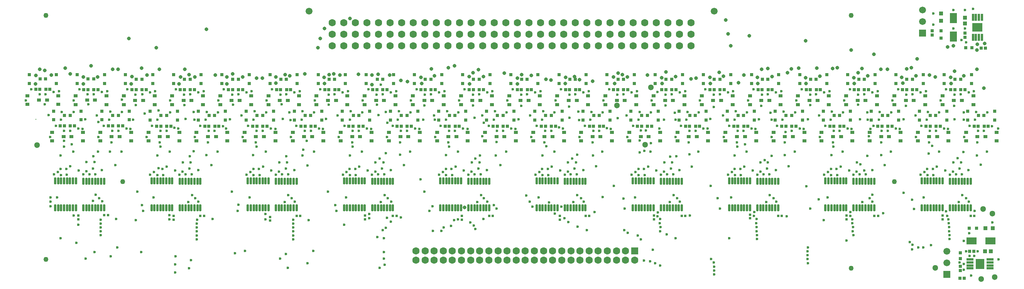
<source format=gts>
G04*
G04 #@! TF.GenerationSoftware,Altium Limited,Altium Designer,23.2.1 (34)*
G04*
G04 Layer_Color=8388736*
%FSLAX44Y44*%
%MOMM*%
G71*
G04*
G04 #@! TF.SameCoordinates,4AEFFC81-8D6A-4C92-BCC4-55949A9363D9*
G04*
G04*
G04 #@! TF.FilePolarity,Negative*
G04*
G01*
G75*
%ADD24R,0.8587X0.9121*%
%ADD25R,0.9121X0.8587*%
%ADD28R,0.8000X0.8000*%
%ADD29R,0.8000X0.8000*%
%ADD30R,0.6500X0.7000*%
%ADD31R,0.7000X0.6500*%
%ADD32R,0.8065X0.8682*%
%ADD33R,0.8682X0.8065*%
%ADD34R,0.5200X0.5200*%
%ADD35R,0.5200X0.5200*%
%ADD37R,2.3000X1.6500*%
%ADD38R,1.6500X2.3000*%
%ADD39R,1.9460X2.2500*%
%ADD40R,1.5000X0.5500*%
%ADD41R,0.5500X1.5000*%
%ADD42R,2.2500X1.9460*%
%ADD43R,0.6500X0.6500*%
%ADD44R,0.6500X0.6500*%
%ADD45R,0.6750X0.7200*%
%ADD46R,0.9500X0.7000*%
G04:AMPARAMS|DCode=47|XSize=0.55mm|YSize=1.5mm|CornerRadius=0.0995mm|HoleSize=0mm|Usage=FLASHONLY|Rotation=0.000|XOffset=0mm|YOffset=0mm|HoleType=Round|Shape=RoundedRectangle|*
%AMROUNDEDRECTD47*
21,1,0.5500,1.3010,0,0,0.0*
21,1,0.3510,1.5000,0,0,0.0*
1,1,0.1990,0.1755,-0.6505*
1,1,0.1990,-0.1755,-0.6505*
1,1,0.1990,-0.1755,0.6505*
1,1,0.1990,0.1755,0.6505*
%
%ADD47ROUNDEDRECTD47*%
%ADD48C,1.6000*%
%ADD49R,1.6000X1.6000*%
%ADD50C,1.5000*%
%ADD51R,1.5000X1.5000*%
%ADD52C,1.1000*%
%ADD53C,0.3200*%
%ADD54C,0.6000*%
%ADD55C,0.8000*%
%ADD56C,1.3000*%
D24*
X2115013Y122389D02*
D03*
X2130547D02*
D03*
D25*
X2017339Y578835D02*
D03*
Y594369D02*
D03*
D28*
X2095470Y122389D02*
D03*
X2078970D02*
D03*
D29*
X2017183Y556456D02*
D03*
Y539956D02*
D03*
D30*
X2059280Y54929D02*
D03*
Y67929D02*
D03*
D31*
X2084683Y518956D02*
D03*
X2071683D02*
D03*
D32*
X2126499Y71589D02*
D03*
X2113981D02*
D03*
D33*
X2069683Y585215D02*
D03*
Y572698D02*
D03*
D34*
X399979Y149396D02*
D03*
X391979D02*
D03*
X611269D02*
D03*
X603269D02*
D03*
X822559D02*
D03*
X814559D02*
D03*
X1033848D02*
D03*
X1025848D02*
D03*
X1245138D02*
D03*
X1237138D02*
D03*
X1456405Y149419D02*
D03*
X1448405D02*
D03*
X1668000Y148949D02*
D03*
X1660000D02*
D03*
X1878984Y149419D02*
D03*
X1870984D02*
D03*
X2090297Y149396D02*
D03*
X2082297D02*
D03*
X189000Y150949D02*
D03*
X181000D02*
D03*
D35*
X333000Y140949D02*
D03*
Y148949D02*
D03*
X545000Y138949D02*
D03*
Y146949D02*
D03*
X753155Y141650D02*
D03*
Y149650D02*
D03*
X966000Y140949D02*
D03*
Y148949D02*
D03*
X1181000Y140949D02*
D03*
Y148949D02*
D03*
X1387024Y141650D02*
D03*
Y149650D02*
D03*
X1598000Y143949D02*
D03*
Y151949D02*
D03*
X1809603Y141650D02*
D03*
Y149650D02*
D03*
X2020804Y141740D02*
D03*
Y149740D02*
D03*
X124000Y141949D02*
D03*
Y149949D02*
D03*
D37*
X2084500Y94449D02*
D03*
X2125500D02*
D03*
D38*
X2044683Y584456D02*
D03*
Y543456D02*
D03*
D39*
X2102460Y43649D02*
D03*
D40*
X2124460Y53399D02*
D03*
Y46899D02*
D03*
Y40399D02*
D03*
Y33899D02*
D03*
X2080460D02*
D03*
Y40399D02*
D03*
Y46899D02*
D03*
Y53399D02*
D03*
D41*
X2087433Y541956D02*
D03*
X2093933D02*
D03*
X2100433D02*
D03*
X2106933D02*
D03*
Y585956D02*
D03*
X2100433D02*
D03*
X2093933D02*
D03*
X2087433D02*
D03*
D42*
X2097183Y563956D02*
D03*
D43*
X145317Y427287D02*
D03*
X136317D02*
D03*
X167317D02*
D03*
X158317D02*
D03*
X199255Y347159D02*
D03*
X190255D02*
D03*
X221255D02*
D03*
X212255D02*
D03*
X250909Y427093D02*
D03*
X241908D02*
D03*
X272908D02*
D03*
X263909D02*
D03*
X305185Y346904D02*
D03*
X296185D02*
D03*
X327185D02*
D03*
X318185D02*
D03*
X356899Y427033D02*
D03*
X347899D02*
D03*
X378899D02*
D03*
X369899D02*
D03*
X410595Y346904D02*
D03*
X401595D02*
D03*
X432595D02*
D03*
X423595D02*
D03*
X462563Y427033D02*
D03*
X453563D02*
D03*
X484563D02*
D03*
X475563D02*
D03*
X516005Y346904D02*
D03*
X507005D02*
D03*
X538005D02*
D03*
X529005D02*
D03*
X568227Y427033D02*
D03*
X559227D02*
D03*
X590227D02*
D03*
X581227D02*
D03*
X621669Y346904D02*
D03*
X612669D02*
D03*
X643669D02*
D03*
X634669D02*
D03*
X673891Y427033D02*
D03*
X664891D02*
D03*
X695891D02*
D03*
X686891D02*
D03*
X727079Y346904D02*
D03*
X718079D02*
D03*
X749079D02*
D03*
X740079D02*
D03*
X779555Y427033D02*
D03*
X770555D02*
D03*
X801555D02*
D03*
X792555D02*
D03*
X832743Y346904D02*
D03*
X823743D02*
D03*
X854743D02*
D03*
X845743D02*
D03*
X885219Y427033D02*
D03*
X876219D02*
D03*
X907219D02*
D03*
X898219D02*
D03*
X938153Y346904D02*
D03*
X929153D02*
D03*
X960153D02*
D03*
X951153D02*
D03*
X990883Y427033D02*
D03*
X981883D02*
D03*
X1012883D02*
D03*
X1003883D02*
D03*
X1043563Y346904D02*
D03*
X1034563D02*
D03*
X1065563D02*
D03*
X1056563D02*
D03*
X1096547Y427033D02*
D03*
X1087547D02*
D03*
X1118547D02*
D03*
X1109547D02*
D03*
X1149227Y346904D02*
D03*
X1140227D02*
D03*
X1171227D02*
D03*
X1162227D02*
D03*
X1202211Y427033D02*
D03*
X1193211D02*
D03*
X1224211D02*
D03*
X1215211D02*
D03*
X1254637Y346904D02*
D03*
X1245637D02*
D03*
X1276637D02*
D03*
X1267637D02*
D03*
X1307875Y427033D02*
D03*
X1298875D02*
D03*
X1329875D02*
D03*
X1320875D02*
D03*
X1360301Y346904D02*
D03*
X1351301D02*
D03*
X1382301D02*
D03*
X1373301D02*
D03*
X1413539Y427033D02*
D03*
X1404539D02*
D03*
X1435539D02*
D03*
X1426539D02*
D03*
X1465711Y346904D02*
D03*
X1456711D02*
D03*
X1487711D02*
D03*
X1478711D02*
D03*
X1519203Y427033D02*
D03*
X1510203D02*
D03*
X1541203D02*
D03*
X1532203D02*
D03*
X1571375Y346904D02*
D03*
X1562375D02*
D03*
X1593375D02*
D03*
X1584375D02*
D03*
X1624867Y427033D02*
D03*
X1615867D02*
D03*
X1646867D02*
D03*
X1637867D02*
D03*
X1676785Y346904D02*
D03*
X1667785D02*
D03*
X1698785D02*
D03*
X1689785D02*
D03*
X1730531Y427033D02*
D03*
X1721531D02*
D03*
X1752531D02*
D03*
X1743531D02*
D03*
X1782195Y346904D02*
D03*
X1773195D02*
D03*
X1804195D02*
D03*
X1795195D02*
D03*
X1836195Y427033D02*
D03*
X1827195D02*
D03*
X1858195D02*
D03*
X1849195D02*
D03*
X1887859Y346904D02*
D03*
X1878859D02*
D03*
X1909859D02*
D03*
X1900859D02*
D03*
X1941859Y427033D02*
D03*
X1932859D02*
D03*
X1963859D02*
D03*
X1954859D02*
D03*
X1993269Y346904D02*
D03*
X1984269D02*
D03*
X2015269D02*
D03*
X2006269D02*
D03*
X2047523Y427033D02*
D03*
X2038523D02*
D03*
X2069523D02*
D03*
X2060523D02*
D03*
X2098933Y346904D02*
D03*
X2089933D02*
D03*
X2120933D02*
D03*
X2111933D02*
D03*
X52836Y427372D02*
D03*
X61837D02*
D03*
X30837D02*
D03*
X39836D02*
D03*
X2080180Y71589D02*
D03*
X2089180D02*
D03*
X2114643Y518196D02*
D03*
X2105643D02*
D03*
X93591Y347159D02*
D03*
X84591D02*
D03*
X115591D02*
D03*
X106591D02*
D03*
X2067883Y12012D02*
D03*
X2058883D02*
D03*
D44*
X2059280Y28989D02*
D03*
Y37989D02*
D03*
X2069683Y541956D02*
D03*
Y550956D02*
D03*
X1997470Y547254D02*
D03*
Y556254D02*
D03*
D45*
X157937Y450287D02*
D03*
X181697Y459787D02*
D03*
Y440787D02*
D03*
X145697Y450287D02*
D03*
X121937Y440787D02*
D03*
Y459787D02*
D03*
X211875Y370159D02*
D03*
X235635Y379659D02*
D03*
Y360658D02*
D03*
X199635Y370159D02*
D03*
X175875Y360658D02*
D03*
Y379659D02*
D03*
X263528Y450093D02*
D03*
X287289Y459593D02*
D03*
Y440592D02*
D03*
X251289Y450093D02*
D03*
X227528Y440592D02*
D03*
Y459593D02*
D03*
X317805Y369905D02*
D03*
X341565Y379404D02*
D03*
Y360405D02*
D03*
X305565Y369905D02*
D03*
X281805Y360405D02*
D03*
Y379404D02*
D03*
X369519Y450033D02*
D03*
X393279Y459533D02*
D03*
Y440533D02*
D03*
X357279Y450033D02*
D03*
X333519Y440533D02*
D03*
Y459533D02*
D03*
X423215Y369905D02*
D03*
X446975Y379404D02*
D03*
Y360405D02*
D03*
X410975Y369905D02*
D03*
X387215Y360405D02*
D03*
Y379404D02*
D03*
X475183Y450033D02*
D03*
X498943Y459533D02*
D03*
Y440533D02*
D03*
X462943Y450033D02*
D03*
X439183Y440533D02*
D03*
Y459533D02*
D03*
X528625Y369905D02*
D03*
X552385Y379404D02*
D03*
Y360405D02*
D03*
X516385Y369905D02*
D03*
X492625Y360405D02*
D03*
Y379404D02*
D03*
X580847Y450033D02*
D03*
X604607Y459533D02*
D03*
Y440533D02*
D03*
X568607Y450033D02*
D03*
X544847Y440533D02*
D03*
Y459533D02*
D03*
X634289Y369905D02*
D03*
X658049Y379404D02*
D03*
Y360405D02*
D03*
X622049Y369905D02*
D03*
X598289Y360405D02*
D03*
Y379404D02*
D03*
X686511Y450033D02*
D03*
X710271Y459533D02*
D03*
Y440533D02*
D03*
X674271Y450033D02*
D03*
X650511Y440533D02*
D03*
Y459533D02*
D03*
X739699Y369905D02*
D03*
X763459Y379404D02*
D03*
Y360405D02*
D03*
X727459Y369905D02*
D03*
X703699Y360405D02*
D03*
Y379404D02*
D03*
X792175Y450033D02*
D03*
X815935Y459533D02*
D03*
Y440533D02*
D03*
X779935Y450033D02*
D03*
X756175Y440533D02*
D03*
Y459533D02*
D03*
X845363Y369905D02*
D03*
X869123Y379404D02*
D03*
Y360405D02*
D03*
X833123Y369905D02*
D03*
X809363Y360405D02*
D03*
Y379404D02*
D03*
X897839Y450033D02*
D03*
X921599Y459533D02*
D03*
Y440533D02*
D03*
X885599Y450033D02*
D03*
X861839Y440533D02*
D03*
Y459533D02*
D03*
X950773Y369905D02*
D03*
X974533Y379404D02*
D03*
Y360405D02*
D03*
X938533Y369905D02*
D03*
X914773Y360405D02*
D03*
Y379404D02*
D03*
X1003503Y450033D02*
D03*
X1027263Y459533D02*
D03*
Y440533D02*
D03*
X991263Y450033D02*
D03*
X967503Y440533D02*
D03*
Y459533D02*
D03*
X1056183Y369905D02*
D03*
X1079943Y379404D02*
D03*
Y360405D02*
D03*
X1043943Y369905D02*
D03*
X1020183Y360405D02*
D03*
Y379404D02*
D03*
X1109167Y450033D02*
D03*
X1132927Y459533D02*
D03*
Y440533D02*
D03*
X1096927Y450033D02*
D03*
X1073167Y440533D02*
D03*
Y459533D02*
D03*
X1161847Y369905D02*
D03*
X1185607Y379404D02*
D03*
Y360405D02*
D03*
X1149607Y369905D02*
D03*
X1125847Y360405D02*
D03*
Y379404D02*
D03*
X1214831Y450033D02*
D03*
X1238591Y459533D02*
D03*
Y440533D02*
D03*
X1202591Y450033D02*
D03*
X1178831Y440533D02*
D03*
Y459533D02*
D03*
X1267257Y369905D02*
D03*
X1291017Y379404D02*
D03*
Y360405D02*
D03*
X1255017Y369905D02*
D03*
X1231257Y360405D02*
D03*
Y379404D02*
D03*
X1320495Y450033D02*
D03*
X1344255Y459533D02*
D03*
Y440533D02*
D03*
X1308255Y450033D02*
D03*
X1284495Y440533D02*
D03*
Y459533D02*
D03*
X1372921Y369905D02*
D03*
X1396681Y379404D02*
D03*
Y360405D02*
D03*
X1360681Y369905D02*
D03*
X1336921Y360405D02*
D03*
Y379404D02*
D03*
X1426159Y450033D02*
D03*
X1449919Y459533D02*
D03*
Y440533D02*
D03*
X1413919Y450033D02*
D03*
X1390159Y440533D02*
D03*
Y459533D02*
D03*
X1478331Y369905D02*
D03*
X1502091Y379404D02*
D03*
Y360405D02*
D03*
X1466091Y369905D02*
D03*
X1442331Y360405D02*
D03*
Y379404D02*
D03*
X1531823Y450033D02*
D03*
X1555583Y459533D02*
D03*
Y440533D02*
D03*
X1519583Y450033D02*
D03*
X1495823Y440533D02*
D03*
Y459533D02*
D03*
X1583995Y369905D02*
D03*
X1607755Y379404D02*
D03*
Y360405D02*
D03*
X1571755Y369905D02*
D03*
X1547995Y360405D02*
D03*
Y379404D02*
D03*
X1637487Y450033D02*
D03*
X1661247Y459533D02*
D03*
Y440533D02*
D03*
X1625247Y450033D02*
D03*
X1601487Y440533D02*
D03*
Y459533D02*
D03*
X1689405Y369905D02*
D03*
X1713165Y379404D02*
D03*
Y360405D02*
D03*
X1677165Y369905D02*
D03*
X1653405Y360405D02*
D03*
Y379404D02*
D03*
X1743151Y450033D02*
D03*
X1766911Y459533D02*
D03*
Y440533D02*
D03*
X1730911Y450033D02*
D03*
X1707151Y440533D02*
D03*
Y459533D02*
D03*
X1794815Y369905D02*
D03*
X1818575Y379404D02*
D03*
Y360405D02*
D03*
X1782575Y369905D02*
D03*
X1758815Y360405D02*
D03*
Y379404D02*
D03*
X1848815Y450033D02*
D03*
X1872575Y459533D02*
D03*
Y440533D02*
D03*
X1836575Y450033D02*
D03*
X1812815Y440533D02*
D03*
Y459533D02*
D03*
X1900479Y369905D02*
D03*
X1924239Y379404D02*
D03*
Y360405D02*
D03*
X1888239Y369905D02*
D03*
X1864479Y360405D02*
D03*
Y379404D02*
D03*
X1954479Y450033D02*
D03*
X1978239Y459533D02*
D03*
Y440533D02*
D03*
X1942239Y450033D02*
D03*
X1918479Y440533D02*
D03*
Y459533D02*
D03*
X2005889Y369905D02*
D03*
X2029649Y379404D02*
D03*
Y360405D02*
D03*
X1993649Y369905D02*
D03*
X1969889Y360405D02*
D03*
Y379404D02*
D03*
X2060143Y450033D02*
D03*
X2083903Y459533D02*
D03*
Y440533D02*
D03*
X2047903Y450033D02*
D03*
X2024143Y440533D02*
D03*
Y459533D02*
D03*
X2111553Y369905D02*
D03*
X2135313Y379404D02*
D03*
Y360405D02*
D03*
X2099313Y369905D02*
D03*
X2075553Y360405D02*
D03*
Y379404D02*
D03*
X40216Y450372D02*
D03*
X16457Y440872D02*
D03*
Y459872D02*
D03*
X52456Y450372D02*
D03*
X76217Y459872D02*
D03*
Y440872D02*
D03*
X106211Y370159D02*
D03*
X129971Y379659D02*
D03*
Y360658D02*
D03*
X93971Y370159D02*
D03*
X70211Y360658D02*
D03*
Y379659D02*
D03*
D46*
X143317Y403787D02*
D03*
X118317Y394287D02*
D03*
Y413287D02*
D03*
X160817Y403787D02*
D03*
X185817Y413287D02*
D03*
Y394287D02*
D03*
X197255Y323658D02*
D03*
X172255Y314158D02*
D03*
Y333158D02*
D03*
X214755Y323658D02*
D03*
X239755Y333158D02*
D03*
Y314158D02*
D03*
X248909Y403592D02*
D03*
X223909Y394092D02*
D03*
Y413092D02*
D03*
X266409Y403592D02*
D03*
X291409Y413092D02*
D03*
Y394092D02*
D03*
X303185Y323405D02*
D03*
X278185Y313904D02*
D03*
Y332905D02*
D03*
X320685Y323405D02*
D03*
X345685Y332905D02*
D03*
Y313904D02*
D03*
X354899Y403533D02*
D03*
X329899Y394033D02*
D03*
Y413033D02*
D03*
X372399Y403533D02*
D03*
X397399Y413033D02*
D03*
Y394033D02*
D03*
X408595Y323405D02*
D03*
X383595Y313904D02*
D03*
Y332905D02*
D03*
X426095Y323405D02*
D03*
X451095Y332905D02*
D03*
Y313904D02*
D03*
X460563Y403533D02*
D03*
X435563Y394033D02*
D03*
Y413033D02*
D03*
X478063Y403533D02*
D03*
X503063Y413033D02*
D03*
Y394033D02*
D03*
X514005Y323405D02*
D03*
X489005Y313904D02*
D03*
Y332905D02*
D03*
X531505Y323405D02*
D03*
X556505Y332905D02*
D03*
Y313904D02*
D03*
X566227Y403533D02*
D03*
X541227Y394033D02*
D03*
Y413033D02*
D03*
X583727Y403533D02*
D03*
X608727Y413033D02*
D03*
Y394033D02*
D03*
X619669Y323405D02*
D03*
X594669Y313904D02*
D03*
Y332905D02*
D03*
X637169Y323405D02*
D03*
X662169Y332905D02*
D03*
Y313904D02*
D03*
X671891Y403533D02*
D03*
X646891Y394033D02*
D03*
Y413033D02*
D03*
X689391Y403533D02*
D03*
X714391Y413033D02*
D03*
Y394033D02*
D03*
X725079Y323405D02*
D03*
X700079Y313904D02*
D03*
Y332905D02*
D03*
X742579Y323405D02*
D03*
X767579Y332905D02*
D03*
Y313904D02*
D03*
X777555Y403533D02*
D03*
X752555Y394033D02*
D03*
Y413033D02*
D03*
X795055Y403533D02*
D03*
X820055Y413033D02*
D03*
Y394033D02*
D03*
X830743Y323405D02*
D03*
X805743Y313904D02*
D03*
Y332905D02*
D03*
X848243Y323405D02*
D03*
X873243Y332905D02*
D03*
Y313904D02*
D03*
X883219Y403533D02*
D03*
X858219Y394033D02*
D03*
Y413033D02*
D03*
X900719Y403533D02*
D03*
X925719Y413033D02*
D03*
Y394033D02*
D03*
X936153Y323405D02*
D03*
X911153Y313904D02*
D03*
Y332905D02*
D03*
X953653Y323405D02*
D03*
X978653Y332905D02*
D03*
Y313904D02*
D03*
X988883Y403533D02*
D03*
X963883Y394033D02*
D03*
Y413033D02*
D03*
X1006383Y403533D02*
D03*
X1031383Y413033D02*
D03*
Y394033D02*
D03*
X1041563Y323405D02*
D03*
X1016563Y313904D02*
D03*
Y332905D02*
D03*
X1059063Y323405D02*
D03*
X1084063Y332905D02*
D03*
Y313904D02*
D03*
X1094547Y403533D02*
D03*
X1069547Y394033D02*
D03*
Y413033D02*
D03*
X1112047Y403533D02*
D03*
X1137047Y413033D02*
D03*
Y394033D02*
D03*
X1147227Y323405D02*
D03*
X1122227Y313904D02*
D03*
Y332905D02*
D03*
X1164727Y323405D02*
D03*
X1189727Y332905D02*
D03*
Y313904D02*
D03*
X1200211Y403533D02*
D03*
X1175211Y394033D02*
D03*
Y413033D02*
D03*
X1217711Y403533D02*
D03*
X1242711Y413033D02*
D03*
Y394033D02*
D03*
X1252637Y323405D02*
D03*
X1227637Y313904D02*
D03*
Y332905D02*
D03*
X1270137Y323405D02*
D03*
X1295137Y332905D02*
D03*
Y313904D02*
D03*
X1305875Y403533D02*
D03*
X1280875Y394033D02*
D03*
Y413033D02*
D03*
X1323375Y403533D02*
D03*
X1348375Y413033D02*
D03*
Y394033D02*
D03*
X1358301Y323405D02*
D03*
X1333301Y313904D02*
D03*
Y332905D02*
D03*
X1375801Y323405D02*
D03*
X1400801Y332905D02*
D03*
Y313904D02*
D03*
X1411539Y403533D02*
D03*
X1386539Y394033D02*
D03*
Y413033D02*
D03*
X1429039Y403533D02*
D03*
X1454039Y413033D02*
D03*
Y394033D02*
D03*
X1463711Y323405D02*
D03*
X1438711Y313904D02*
D03*
Y332905D02*
D03*
X1481211Y323405D02*
D03*
X1506211Y332905D02*
D03*
Y313904D02*
D03*
X1517203Y403533D02*
D03*
X1492203Y394033D02*
D03*
Y413033D02*
D03*
X1534703Y403533D02*
D03*
X1559703Y413033D02*
D03*
Y394033D02*
D03*
X1569375Y323405D02*
D03*
X1544375Y313904D02*
D03*
Y332905D02*
D03*
X1586875Y323405D02*
D03*
X1611875Y332905D02*
D03*
Y313904D02*
D03*
X1622867Y403533D02*
D03*
X1597867Y394033D02*
D03*
Y413033D02*
D03*
X1640367Y403533D02*
D03*
X1665367Y413033D02*
D03*
Y394033D02*
D03*
X1674785Y323405D02*
D03*
X1649785Y313904D02*
D03*
Y332905D02*
D03*
X1692285Y323405D02*
D03*
X1717285Y332905D02*
D03*
Y313904D02*
D03*
X1728531Y403533D02*
D03*
X1703531Y394033D02*
D03*
Y413033D02*
D03*
X1746031Y403533D02*
D03*
X1771031Y413033D02*
D03*
Y394033D02*
D03*
X1780195Y323405D02*
D03*
X1755195Y313904D02*
D03*
Y332905D02*
D03*
X1797695Y323405D02*
D03*
X1822695Y332905D02*
D03*
Y313904D02*
D03*
X1834195Y403533D02*
D03*
X1809195Y394033D02*
D03*
Y413033D02*
D03*
X1851695Y403533D02*
D03*
X1876695Y413033D02*
D03*
Y394033D02*
D03*
X1885859Y323405D02*
D03*
X1860859Y313904D02*
D03*
Y332905D02*
D03*
X1903359Y323405D02*
D03*
X1928359Y332905D02*
D03*
Y313904D02*
D03*
X1939859Y403533D02*
D03*
X1914859Y394033D02*
D03*
Y413033D02*
D03*
X1957359Y403533D02*
D03*
X1982359Y413033D02*
D03*
Y394033D02*
D03*
X1991269Y323405D02*
D03*
X1966269Y313904D02*
D03*
Y332905D02*
D03*
X2008769Y323405D02*
D03*
X2033769Y332905D02*
D03*
Y313904D02*
D03*
X2045523Y403533D02*
D03*
X2020523Y394033D02*
D03*
Y413033D02*
D03*
X2063023Y403533D02*
D03*
X2088023Y413033D02*
D03*
Y394033D02*
D03*
X2096933Y323405D02*
D03*
X2071933Y313904D02*
D03*
Y332905D02*
D03*
X2114433Y323405D02*
D03*
X2139433Y332905D02*
D03*
Y313904D02*
D03*
X55336Y403872D02*
D03*
X80337Y413372D02*
D03*
Y394372D02*
D03*
X37836Y403872D02*
D03*
X12837Y394372D02*
D03*
Y413372D02*
D03*
X91591Y323658D02*
D03*
X66591Y314158D02*
D03*
Y333158D02*
D03*
X109091Y323658D02*
D03*
X134091Y333158D02*
D03*
Y314158D02*
D03*
D47*
X346433Y166632D02*
D03*
X352933D02*
D03*
X359433D02*
D03*
X365933D02*
D03*
X372433D02*
D03*
X378933D02*
D03*
X385433D02*
D03*
X391933D02*
D03*
X346433Y225632D02*
D03*
X352933D02*
D03*
X359433D02*
D03*
X365933D02*
D03*
X372433D02*
D03*
X378933D02*
D03*
X385433D02*
D03*
X391933D02*
D03*
X284717Y166922D02*
D03*
X291217D02*
D03*
X297717D02*
D03*
X304217D02*
D03*
X310717D02*
D03*
X317217D02*
D03*
X323717D02*
D03*
X330217D02*
D03*
X284717Y225922D02*
D03*
X291217D02*
D03*
X297717D02*
D03*
X304217D02*
D03*
X310717D02*
D03*
X317217D02*
D03*
X323717D02*
D03*
X330217D02*
D03*
X557723Y166632D02*
D03*
X564223D02*
D03*
X570723D02*
D03*
X577223D02*
D03*
X583723D02*
D03*
X590223D02*
D03*
X596723D02*
D03*
X603223D02*
D03*
X557723Y225632D02*
D03*
X564223D02*
D03*
X570723D02*
D03*
X577223D02*
D03*
X583723D02*
D03*
X590223D02*
D03*
X596723D02*
D03*
X603223D02*
D03*
X496007Y166922D02*
D03*
X502507D02*
D03*
X509007D02*
D03*
X515507D02*
D03*
X522007D02*
D03*
X528507D02*
D03*
X535007D02*
D03*
X541507D02*
D03*
X496007Y225922D02*
D03*
X502507D02*
D03*
X509007D02*
D03*
X515507D02*
D03*
X522007D02*
D03*
X528507D02*
D03*
X535007D02*
D03*
X541507D02*
D03*
X769013Y166632D02*
D03*
X775513D02*
D03*
X782013D02*
D03*
X788513D02*
D03*
X795013D02*
D03*
X801513D02*
D03*
X808013D02*
D03*
X814513D02*
D03*
X769013Y225632D02*
D03*
X775513D02*
D03*
X782013D02*
D03*
X788513D02*
D03*
X795013D02*
D03*
X801513D02*
D03*
X808013D02*
D03*
X814513D02*
D03*
X707297Y166922D02*
D03*
X713797D02*
D03*
X720297D02*
D03*
X726797D02*
D03*
X733297D02*
D03*
X739797D02*
D03*
X746297D02*
D03*
X752797D02*
D03*
X707297Y225922D02*
D03*
X713797D02*
D03*
X720297D02*
D03*
X726797D02*
D03*
X733297D02*
D03*
X739797D02*
D03*
X746297D02*
D03*
X752797D02*
D03*
X980302Y166632D02*
D03*
X986802D02*
D03*
X993302D02*
D03*
X999802D02*
D03*
X1006302D02*
D03*
X1012802D02*
D03*
X1019302D02*
D03*
X1025802D02*
D03*
X980302Y225632D02*
D03*
X986802D02*
D03*
X993302D02*
D03*
X999802D02*
D03*
X1006302D02*
D03*
X1012802D02*
D03*
X1019302D02*
D03*
X1025802D02*
D03*
X918586Y166922D02*
D03*
X925086D02*
D03*
X931586D02*
D03*
X938086D02*
D03*
X944586D02*
D03*
X951086D02*
D03*
X957586D02*
D03*
X964086D02*
D03*
X918586Y225922D02*
D03*
X925086D02*
D03*
X931586D02*
D03*
X938086D02*
D03*
X944586D02*
D03*
X951086D02*
D03*
X957586D02*
D03*
X964086D02*
D03*
X1191592Y166632D02*
D03*
X1198092D02*
D03*
X1204592D02*
D03*
X1211092D02*
D03*
X1217592D02*
D03*
X1224092D02*
D03*
X1230592D02*
D03*
X1237092D02*
D03*
X1191592Y225632D02*
D03*
X1198092D02*
D03*
X1204592D02*
D03*
X1211092D02*
D03*
X1217592D02*
D03*
X1224092D02*
D03*
X1230592D02*
D03*
X1237092D02*
D03*
X1129876Y166922D02*
D03*
X1136376D02*
D03*
X1142876D02*
D03*
X1149376D02*
D03*
X1155876D02*
D03*
X1162376D02*
D03*
X1168876D02*
D03*
X1175376D02*
D03*
X1129876Y225922D02*
D03*
X1136376D02*
D03*
X1142876D02*
D03*
X1149376D02*
D03*
X1155876D02*
D03*
X1162376D02*
D03*
X1168876D02*
D03*
X1175376D02*
D03*
X1402882Y166632D02*
D03*
X1409382D02*
D03*
X1415882D02*
D03*
X1422382D02*
D03*
X1428882D02*
D03*
X1435382D02*
D03*
X1441882D02*
D03*
X1448382D02*
D03*
X1402882Y225632D02*
D03*
X1409382D02*
D03*
X1415882D02*
D03*
X1422382D02*
D03*
X1428882D02*
D03*
X1435382D02*
D03*
X1441882D02*
D03*
X1448382D02*
D03*
X1341166Y166922D02*
D03*
X1347666D02*
D03*
X1354166D02*
D03*
X1360666D02*
D03*
X1367166D02*
D03*
X1373666D02*
D03*
X1380166D02*
D03*
X1386666D02*
D03*
X1341166Y225922D02*
D03*
X1347666D02*
D03*
X1354166D02*
D03*
X1360666D02*
D03*
X1367166D02*
D03*
X1373666D02*
D03*
X1380166D02*
D03*
X1386666D02*
D03*
X1614172Y166632D02*
D03*
X1620672D02*
D03*
X1627172D02*
D03*
X1633672D02*
D03*
X1640172D02*
D03*
X1646672D02*
D03*
X1653172D02*
D03*
X1659672D02*
D03*
X1614172Y225632D02*
D03*
X1620672D02*
D03*
X1627172D02*
D03*
X1633672D02*
D03*
X1640172D02*
D03*
X1646672D02*
D03*
X1653172D02*
D03*
X1659672D02*
D03*
X1552456Y166922D02*
D03*
X1558956D02*
D03*
X1565456D02*
D03*
X1571956D02*
D03*
X1578456D02*
D03*
X1584956D02*
D03*
X1591456D02*
D03*
X1597956D02*
D03*
X1552456Y225922D02*
D03*
X1558956D02*
D03*
X1565456D02*
D03*
X1571956D02*
D03*
X1578456D02*
D03*
X1584956D02*
D03*
X1591456D02*
D03*
X1597956D02*
D03*
X1825461Y166632D02*
D03*
X1831961D02*
D03*
X1838461D02*
D03*
X1844961D02*
D03*
X1851461D02*
D03*
X1857961D02*
D03*
X1864461D02*
D03*
X1870961D02*
D03*
X1825461Y225632D02*
D03*
X1831961D02*
D03*
X1838461D02*
D03*
X1844961D02*
D03*
X1851461D02*
D03*
X1857961D02*
D03*
X1864461D02*
D03*
X1870961D02*
D03*
X1763745Y166922D02*
D03*
X1770245D02*
D03*
X1776745D02*
D03*
X1783245D02*
D03*
X1789745D02*
D03*
X1796245D02*
D03*
X1802745D02*
D03*
X1809245D02*
D03*
X1763745Y225922D02*
D03*
X1770245D02*
D03*
X1776745D02*
D03*
X1783245D02*
D03*
X1789745D02*
D03*
X1796245D02*
D03*
X1802745D02*
D03*
X1809245D02*
D03*
X2036751Y166632D02*
D03*
X2043251D02*
D03*
X2049751D02*
D03*
X2056251D02*
D03*
X2062751D02*
D03*
X2069251D02*
D03*
X2075751D02*
D03*
X2082251D02*
D03*
X2036751Y225632D02*
D03*
X2043251D02*
D03*
X2049751D02*
D03*
X2056251D02*
D03*
X2062751D02*
D03*
X2069251D02*
D03*
X2075751D02*
D03*
X2082251D02*
D03*
X1975035Y166922D02*
D03*
X1981535D02*
D03*
X1988035D02*
D03*
X1994535D02*
D03*
X2001035D02*
D03*
X2007535D02*
D03*
X2014035D02*
D03*
X2020535D02*
D03*
X1975035Y225922D02*
D03*
X1981535D02*
D03*
X1988035D02*
D03*
X1994535D02*
D03*
X2001035D02*
D03*
X2007535D02*
D03*
X2014035D02*
D03*
X2020535D02*
D03*
X135098Y166829D02*
D03*
X141598D02*
D03*
X148098D02*
D03*
X154598D02*
D03*
X161098D02*
D03*
X167598D02*
D03*
X174098D02*
D03*
X180598D02*
D03*
X135098Y225830D02*
D03*
X141598D02*
D03*
X148098D02*
D03*
X154598D02*
D03*
X161098D02*
D03*
X167598D02*
D03*
X174098D02*
D03*
X180598D02*
D03*
X73382Y167120D02*
D03*
X79882D02*
D03*
X86382D02*
D03*
X92882D02*
D03*
X99382D02*
D03*
X105882D02*
D03*
X112382D02*
D03*
X118882D02*
D03*
X73382Y226119D02*
D03*
X79882D02*
D03*
X86382D02*
D03*
X92882D02*
D03*
X99382D02*
D03*
X105882D02*
D03*
X112382D02*
D03*
X118882D02*
D03*
D48*
X865000Y51750D02*
D03*
Y71750D02*
D03*
X885000Y51750D02*
D03*
Y71750D02*
D03*
X905000Y51750D02*
D03*
Y71750D02*
D03*
X925000Y51750D02*
D03*
Y71750D02*
D03*
X945000Y51750D02*
D03*
Y71750D02*
D03*
X965000Y51750D02*
D03*
Y71750D02*
D03*
X985000Y51750D02*
D03*
Y71750D02*
D03*
X1005000Y51750D02*
D03*
Y71750D02*
D03*
X1025000Y51750D02*
D03*
Y71750D02*
D03*
X1045000Y51750D02*
D03*
Y71750D02*
D03*
X1065000Y51750D02*
D03*
Y71750D02*
D03*
X1085000Y51750D02*
D03*
Y71750D02*
D03*
X1105000Y51750D02*
D03*
Y71750D02*
D03*
X1125000Y51750D02*
D03*
Y71750D02*
D03*
X1145000Y51750D02*
D03*
Y71750D02*
D03*
X1165000Y51750D02*
D03*
Y71750D02*
D03*
X1185000Y51750D02*
D03*
Y71750D02*
D03*
X1205000Y51750D02*
D03*
Y71750D02*
D03*
X1225000Y51750D02*
D03*
Y71750D02*
D03*
X1245000Y51750D02*
D03*
Y71750D02*
D03*
X1265000Y51750D02*
D03*
Y71750D02*
D03*
X1285000Y51750D02*
D03*
Y71750D02*
D03*
X1305000Y51750D02*
D03*
Y71750D02*
D03*
X1325000Y51750D02*
D03*
Y71750D02*
D03*
X1345000Y51750D02*
D03*
X1468700Y523649D02*
D03*
X1443300D02*
D03*
X1417900D02*
D03*
X1392500D02*
D03*
X1367100D02*
D03*
X1341700D02*
D03*
X1316300D02*
D03*
X1290900D02*
D03*
X1265500D02*
D03*
X1240100D02*
D03*
X1214700D02*
D03*
X1189300D02*
D03*
X1163900D02*
D03*
X1138500D02*
D03*
X1113100D02*
D03*
X1087700D02*
D03*
X1062300D02*
D03*
X1036900D02*
D03*
X1011500D02*
D03*
X986100D02*
D03*
X960700D02*
D03*
X935300D02*
D03*
X909900D02*
D03*
X884500D02*
D03*
X859100D02*
D03*
X833700D02*
D03*
X808300D02*
D03*
X782900D02*
D03*
X757500D02*
D03*
X732100D02*
D03*
X706700D02*
D03*
X681300D02*
D03*
X1468700Y549049D02*
D03*
X1443300D02*
D03*
X1417900D02*
D03*
X1392500D02*
D03*
X1367100D02*
D03*
X1341700D02*
D03*
X1316300D02*
D03*
X1290900D02*
D03*
X1265500D02*
D03*
X1240100D02*
D03*
X1214700D02*
D03*
X1189300D02*
D03*
X1163900D02*
D03*
X1138500D02*
D03*
X1113100D02*
D03*
X1087700D02*
D03*
X1062300D02*
D03*
X1036900D02*
D03*
X1011500D02*
D03*
X986100D02*
D03*
X960700D02*
D03*
X935300D02*
D03*
X909900D02*
D03*
X884500D02*
D03*
X859100D02*
D03*
X833700D02*
D03*
X808300D02*
D03*
X782900D02*
D03*
X757500D02*
D03*
X732100D02*
D03*
X706700D02*
D03*
X681300D02*
D03*
X1468700Y574449D02*
D03*
X1443300D02*
D03*
X1417900D02*
D03*
X1392500D02*
D03*
X1367100D02*
D03*
X1341700D02*
D03*
X1316300D02*
D03*
X1290900D02*
D03*
X1265500D02*
D03*
X1240100D02*
D03*
X1214700D02*
D03*
X1189300D02*
D03*
X1163900D02*
D03*
X1138500D02*
D03*
X1113100D02*
D03*
X1087700D02*
D03*
X1062300D02*
D03*
X1036900D02*
D03*
X1011500D02*
D03*
X986100D02*
D03*
X960700D02*
D03*
X935300D02*
D03*
X909900D02*
D03*
X884500D02*
D03*
X859100D02*
D03*
X833700D02*
D03*
X808300D02*
D03*
X782900D02*
D03*
X757500D02*
D03*
X732100D02*
D03*
X706700D02*
D03*
X681300D02*
D03*
D49*
X1345000Y71750D02*
D03*
D50*
X630500Y599849D02*
D03*
X1519500D02*
D03*
X2030364Y71589D02*
D03*
Y46189D02*
D03*
X1976410Y576656D02*
D03*
Y602056D02*
D03*
D51*
X2030364Y20789D02*
D03*
X1976410Y551256D02*
D03*
D52*
X1820000Y34014D02*
D03*
X53438Y53204D02*
D03*
Y590000D02*
D03*
X1820000D02*
D03*
X1914714Y224453D02*
D03*
X221532D02*
D03*
D53*
X31068Y361949D02*
D03*
D54*
X139460D02*
D03*
X244000Y360949D02*
D03*
X359279Y362949D02*
D03*
X457000Y361949D02*
D03*
X573000Y362949D02*
D03*
X667460D02*
D03*
X783000Y370949D02*
D03*
X881000Y360949D02*
D03*
X994076Y364949D02*
D03*
X1090460Y361949D02*
D03*
X1409000Y360949D02*
D03*
X1511000Y362949D02*
D03*
X1618000Y361949D02*
D03*
X1725000D02*
D03*
X1839257D02*
D03*
X1935000D02*
D03*
X2047000D02*
D03*
X298129Y281949D02*
D03*
X405000Y282949D02*
D03*
X508000D02*
D03*
X719833Y281949D02*
D03*
X830000Y283949D02*
D03*
X931096Y282949D02*
D03*
X1040000Y281949D02*
D03*
X1143000D02*
D03*
X1253931D02*
D03*
X1356000Y288949D02*
D03*
X1465004Y284949D02*
D03*
X1564000Y281949D02*
D03*
X1674000Y282949D02*
D03*
X1777000D02*
D03*
X1886000D02*
D03*
X1990000Y285949D02*
D03*
X616000Y281949D02*
D03*
X1201747Y364696D02*
D03*
X2096000Y281949D02*
D03*
X193531Y290489D02*
D03*
X1307508Y363949D02*
D03*
X85000Y281949D02*
D03*
X468149Y66855D02*
D03*
X490000Y72170D02*
D03*
X639594D02*
D03*
X250000Y140000D02*
D03*
X1013097Y142189D02*
D03*
X875000Y230000D02*
D03*
X206874Y142549D02*
D03*
X418638Y142295D02*
D03*
X630000Y140000D02*
D03*
X1730650Y165101D02*
D03*
X1512343Y54406D02*
D03*
X1760000Y140000D02*
D03*
X1810000Y95000D02*
D03*
X567227Y55310D02*
D03*
X627342Y45139D02*
D03*
X1954376Y85720D02*
D03*
X1953483Y75552D02*
D03*
X1967169Y80015D02*
D03*
X1995000Y84507D02*
D03*
X1978634Y80050D02*
D03*
X1935000Y200000D02*
D03*
X2083210Y18210D02*
D03*
X2000000Y570000D02*
D03*
X2000156Y594879D02*
D03*
X1187250Y341296D02*
D03*
X1178998Y343718D02*
D03*
X1292561Y340849D02*
D03*
X1284092Y342348D02*
D03*
X343216Y341051D02*
D03*
X334820Y342915D02*
D03*
X1083124Y340974D02*
D03*
X1715998Y340465D02*
D03*
X978045Y340843D02*
D03*
X661007Y340752D02*
D03*
X1010508Y324070D02*
D03*
X872206Y340876D02*
D03*
X1399641Y341124D02*
D03*
X1927038Y340593D02*
D03*
X448468Y341073D02*
D03*
X441482Y346088D02*
D03*
X1610432Y340471D02*
D03*
X767202Y340743D02*
D03*
X238421Y340834D02*
D03*
X1821269Y340487D02*
D03*
X2032326Y340471D02*
D03*
X2142623Y341059D02*
D03*
X2128900Y346188D02*
D03*
X584090Y35319D02*
D03*
X580000Y65000D02*
D03*
X785000Y35000D02*
D03*
X796462Y41462D02*
D03*
X795000Y55000D02*
D03*
Y70000D02*
D03*
X195000Y60000D02*
D03*
X85000Y100000D02*
D03*
X140000Y55000D02*
D03*
X120000Y90000D02*
D03*
X160000Y70000D02*
D03*
X210000Y80000D02*
D03*
X475197Y173568D02*
D03*
X473696Y160065D02*
D03*
X262240Y70000D02*
D03*
X337450Y60075D02*
D03*
X371418Y51923D02*
D03*
X366889Y34259D02*
D03*
X1552433Y100000D02*
D03*
X1724256Y62600D02*
D03*
X1723995Y71402D02*
D03*
X1725000Y80000D02*
D03*
X1725042Y44730D02*
D03*
X1724314Y54000D02*
D03*
X1948522Y92020D02*
D03*
X1519710Y37600D02*
D03*
Y29000D02*
D03*
Y20400D02*
D03*
X1518908Y46402D02*
D03*
X336335Y42803D02*
D03*
Y24803D02*
D03*
X780000Y102710D02*
D03*
X795000Y100000D02*
D03*
X792012Y117846D02*
D03*
X799149Y122643D02*
D03*
X810000Y136540D02*
D03*
X1401143Y39608D02*
D03*
X1390000Y45000D02*
D03*
X1378877Y49580D02*
D03*
X1365654Y51357D02*
D03*
X1120609Y169576D02*
D03*
X1274605Y190308D02*
D03*
X1385000Y75000D02*
D03*
X1415000Y108924D02*
D03*
X1435000Y100000D02*
D03*
X1351483Y105698D02*
D03*
X1358460Y97706D02*
D03*
X1330000Y112290D02*
D03*
X1321791Y118207D02*
D03*
X1240000Y117514D02*
D03*
X1219605Y125308D02*
D03*
X1199605Y135308D02*
D03*
X1190752Y144041D02*
D03*
X1115113Y180354D02*
D03*
X1184000Y169949D02*
D03*
X1157136Y178962D02*
D03*
X942400Y127600D02*
D03*
X984729Y134866D02*
D03*
X925631Y123750D02*
D03*
X902433Y116370D02*
D03*
X920850D02*
D03*
X1323000Y164949D02*
D03*
X1532000D02*
D03*
X1958173Y164550D02*
D03*
X991633Y127914D02*
D03*
X995000Y120000D02*
D03*
X1014357Y188236D02*
D03*
X801352Y144853D02*
D03*
X895000Y160239D02*
D03*
X707507Y130000D02*
D03*
X949199Y139868D02*
D03*
X595674Y106400D02*
D03*
Y115000D02*
D03*
Y97800D02*
D03*
X762723Y143850D02*
D03*
X957685Y141264D02*
D03*
X595974Y140995D02*
D03*
X831701Y145659D02*
D03*
X595674Y132400D02*
D03*
Y123800D02*
D03*
X535106Y153039D02*
D03*
Y141384D02*
D03*
X1007727Y195277D02*
D03*
X1021775Y180818D02*
D03*
X999496Y179876D02*
D03*
X1050550Y260648D02*
D03*
X987558Y267252D02*
D03*
X1001908Y253092D02*
D03*
X1021037Y250054D02*
D03*
X1004830Y267252D02*
D03*
X995628Y275321D02*
D03*
X987050Y246932D02*
D03*
X1005968Y281949D02*
D03*
X993654Y240328D02*
D03*
X1007012Y240478D02*
D03*
X970286Y248710D02*
D03*
X980192Y240074D02*
D03*
X944274Y239208D02*
D03*
X943026Y252288D02*
D03*
X915930Y240074D02*
D03*
X924312Y245662D02*
D03*
X931194Y239058D02*
D03*
X951887Y257913D02*
D03*
X930767Y252288D02*
D03*
X1395422Y421889D02*
D03*
X2130000Y134449D02*
D03*
X2143100Y53809D02*
D03*
X2066900Y30949D02*
D03*
Y43649D02*
D03*
X2097380Y71589D02*
D03*
X2102460Y43649D02*
D03*
X2107540Y36029D02*
D03*
Y51269D02*
D03*
X2079600Y61429D02*
D03*
X2071980Y71589D02*
D03*
X2089760Y61429D02*
D03*
X2078765Y110741D02*
D03*
X2066900Y94449D02*
D03*
X124074Y341400D02*
D03*
X62570Y323195D02*
D03*
X109668Y306744D02*
D03*
X93000Y313949D02*
D03*
X106304Y336630D02*
D03*
X93075Y336400D02*
D03*
X74694Y347483D02*
D03*
X133301Y340746D02*
D03*
X113694Y377483D02*
D03*
X87989Y377656D02*
D03*
X86415Y360764D02*
D03*
X92885Y302010D02*
D03*
X113020Y290453D02*
D03*
X59265Y370894D02*
D03*
X508187Y252288D02*
D03*
X598458Y250054D02*
D03*
X582251Y267252D02*
D03*
X579328Y253092D02*
D03*
X571075Y240328D02*
D03*
X584433Y240478D02*
D03*
X557613Y240074D02*
D03*
X564471Y246932D02*
D03*
X564979Y267252D02*
D03*
X580219Y280332D02*
D03*
X547707Y248710D02*
D03*
X529308Y257913D02*
D03*
X500463Y189737D02*
D03*
X627142Y260024D02*
D03*
X585147Y195277D02*
D03*
X592285Y188071D02*
D03*
X576917Y179876D02*
D03*
X599195Y180818D02*
D03*
X493351Y240074D02*
D03*
X508615Y239058D02*
D03*
X501733Y245662D02*
D03*
X521695Y239208D02*
D03*
X520446Y252288D02*
D03*
X787887Y437710D02*
D03*
X323816Y141925D02*
D03*
X1036000Y172949D02*
D03*
X1041816Y165133D02*
D03*
X384384Y97800D02*
D03*
Y106400D02*
D03*
Y115000D02*
D03*
Y123800D02*
D03*
Y132400D02*
D03*
X384685Y140995D02*
D03*
X173301Y141143D02*
D03*
X173000Y132549D02*
D03*
Y123949D02*
D03*
Y115149D02*
D03*
Y106549D02*
D03*
X762723Y153039D02*
D03*
X1395579Y157010D02*
D03*
X1394737Y148452D02*
D03*
X1401148Y142720D02*
D03*
X1606659Y149088D02*
D03*
X1607370Y157659D02*
D03*
X1612438Y142720D02*
D03*
X1818000Y157949D02*
D03*
X1818440Y149027D02*
D03*
X2028000Y158949D02*
D03*
X2030461Y149365D02*
D03*
X324022Y150949D02*
D03*
X1257000Y157659D02*
D03*
X1170000Y153949D02*
D03*
X1400233Y132804D02*
D03*
X1401536Y124304D02*
D03*
X1401119Y115714D02*
D03*
X1611523Y132804D02*
D03*
X1612826Y124304D02*
D03*
X1612409Y115714D02*
D03*
X1613520Y107186D02*
D03*
X1613416Y98587D02*
D03*
X1822403Y141395D02*
D03*
X1822812Y132804D02*
D03*
X1824116Y124304D02*
D03*
X1823699Y115714D02*
D03*
X1824810Y107186D02*
D03*
X2035996Y98587D02*
D03*
X2036099Y107186D02*
D03*
X2034989Y115714D02*
D03*
X2035405Y124304D02*
D03*
X2034102Y132804D02*
D03*
X2033693Y141395D02*
D03*
X1679000Y147949D02*
D03*
X1356000Y314949D02*
D03*
X1369677Y336981D02*
D03*
X1380228Y309456D02*
D03*
X1365840Y291949D02*
D03*
X1358230Y336944D02*
D03*
X1432968Y375949D02*
D03*
X2066952Y376949D02*
D03*
X2067638Y360734D02*
D03*
X2063929Y195277D02*
D03*
X1650162Y188269D02*
D03*
X1866507Y195572D02*
D03*
X1641596Y195277D02*
D03*
X2066192Y289437D02*
D03*
X2053361Y276605D02*
D03*
X1855624Y376949D02*
D03*
X1855836Y281113D02*
D03*
X1862018Y340945D02*
D03*
X1840647Y262489D02*
D03*
X1848620Y249019D02*
D03*
X1642945Y375949D02*
D03*
X1630010Y272292D02*
D03*
X1645764Y280937D02*
D03*
X1637540Y266919D02*
D03*
X1436735Y280688D02*
D03*
X1422540Y279654D02*
D03*
X377000Y377949D02*
D03*
X587656Y376949D02*
D03*
X799000Y377949D02*
D03*
X1221640Y378728D02*
D03*
X1223342Y360021D02*
D03*
X1218945Y284071D02*
D03*
X1208000Y274949D02*
D03*
X799155Y286949D02*
D03*
X785587Y275362D02*
D03*
X625000Y313949D02*
D03*
X618000Y294949D02*
D03*
X377643Y291262D02*
D03*
X167470Y290297D02*
D03*
X378608Y360949D02*
D03*
X1998000Y302949D02*
D03*
X1151000Y302650D02*
D03*
X2046000Y390949D02*
D03*
X1940000D02*
D03*
X1835460Y393949D02*
D03*
X1730000Y392949D02*
D03*
X1623000Y390949D02*
D03*
X1518836Y388949D02*
D03*
X1413000Y391949D02*
D03*
X1201000Y389949D02*
D03*
X1096031Y391479D02*
D03*
X990000Y391949D02*
D03*
X884000D02*
D03*
X779460Y393949D02*
D03*
X673520D02*
D03*
X570000Y394949D02*
D03*
X357000Y392949D02*
D03*
X250000D02*
D03*
X145877Y394949D02*
D03*
X50540D02*
D03*
X464000Y393949D02*
D03*
X2096878Y311071D02*
D03*
X1991214D02*
D03*
X1885804D02*
D03*
X1780140D02*
D03*
X1674730D02*
D03*
X1569320D02*
D03*
X1463656D02*
D03*
X1252582D02*
D03*
X1147172D02*
D03*
X1042000Y311949D02*
D03*
X936098Y311071D02*
D03*
X830688D02*
D03*
X725024D02*
D03*
X513950D02*
D03*
X408540D02*
D03*
X303130D02*
D03*
X197200Y311325D02*
D03*
X114000Y149949D02*
D03*
X124000Y129949D02*
D03*
X1721897Y214430D02*
D03*
X1511899Y214943D02*
D03*
X1299000Y214949D02*
D03*
X1107000Y193949D02*
D03*
X1749000Y185949D02*
D03*
X1320540Y187409D02*
D03*
X1527000Y187949D02*
D03*
X1954000Y184949D02*
D03*
X1226961Y188269D02*
D03*
X1438251D02*
D03*
X1860830D02*
D03*
X2072120D02*
D03*
X263640Y173029D02*
D03*
X901180Y170489D02*
D03*
X266180Y160329D02*
D03*
X687820Y173029D02*
D03*
X690360Y160329D02*
D03*
X253580Y202817D02*
D03*
X460880Y202429D02*
D03*
X672161Y202277D02*
D03*
X883687Y202272D02*
D03*
X803574Y188071D02*
D03*
X380995D02*
D03*
X169660Y188269D02*
D03*
X62980Y170489D02*
D03*
Y180649D02*
D03*
X63554Y189935D02*
D03*
X156146Y182374D02*
D03*
X2087283Y604556D02*
D03*
X2069503Y602016D02*
D03*
X2044103D02*
D03*
X2044733Y561363D02*
D03*
X2072043Y530896D02*
D03*
X2061883Y535976D02*
D03*
X2058125Y46574D02*
D03*
X2069683Y561456D02*
D03*
X2104071Y570026D02*
D03*
X2090278Y569277D02*
D03*
X2096974Y564429D02*
D03*
X1135602Y245662D02*
D03*
X1127220Y240074D02*
D03*
X1155564Y239208D02*
D03*
X1074046Y341146D02*
D03*
X1144629Y379404D02*
D03*
X1056276Y336376D02*
D03*
X1130331Y347229D02*
D03*
X1169331Y377229D02*
D03*
X1142050Y360509D02*
D03*
X1148710Y336146D02*
D03*
X1118206Y322941D02*
D03*
X1161940Y336376D02*
D03*
X1171190Y403069D02*
D03*
X1063667Y377229D02*
D03*
X1115976Y370327D02*
D03*
X1065527Y403069D02*
D03*
X721973Y379404D02*
D03*
X693320Y370327D02*
D03*
X708183Y347229D02*
D03*
X726373Y301756D02*
D03*
X696058Y322941D02*
D03*
X726562Y336146D02*
D03*
X739792Y336376D02*
D03*
X652152Y341146D02*
D03*
X959863Y403069D02*
D03*
X927323Y423275D02*
D03*
X897932Y416504D02*
D03*
X884703Y416275D02*
D03*
X950866Y336376D02*
D03*
X904648Y370327D02*
D03*
X930908Y360578D02*
D03*
X906858Y360608D02*
D03*
X933636Y379404D02*
D03*
X919257Y347229D02*
D03*
X937447Y301756D02*
D03*
X907132Y322941D02*
D03*
X937636Y336146D02*
D03*
X1003596Y416504D02*
D03*
X1127031Y421275D02*
D03*
X1109260Y416504D02*
D03*
X1138651Y423275D02*
D03*
X1032987D02*
D03*
X990367Y416275D02*
D03*
X1021367Y421275D02*
D03*
X1077651Y427358D02*
D03*
X1096031Y416275D02*
D03*
X1013673Y353813D02*
D03*
X1010312Y370327D02*
D03*
X1024667Y347229D02*
D03*
X1038964Y379404D02*
D03*
X1043046Y336146D02*
D03*
X1036386Y360509D02*
D03*
X968636Y341146D02*
D03*
X958257Y377229D02*
D03*
X827636Y379404D02*
D03*
X802345Y354434D02*
D03*
X813847Y347229D02*
D03*
X863226Y341146D02*
D03*
X832226Y336146D02*
D03*
X852847Y377229D02*
D03*
X825566Y360509D02*
D03*
X801722Y322941D02*
D03*
X845456Y336376D02*
D03*
X711753Y189737D02*
D03*
X731736Y252288D02*
D03*
X782365Y240328D02*
D03*
X719477Y252288D02*
D03*
X775761Y246932D02*
D03*
X758997Y248710D02*
D03*
X713023Y245662D02*
D03*
X719905Y239058D02*
D03*
X795723Y240478D02*
D03*
X768903Y240074D02*
D03*
X732985Y239208D02*
D03*
X704641Y240074D02*
D03*
X796437Y195277D02*
D03*
X1134332Y189737D02*
D03*
X1142057Y252288D02*
D03*
X1168655Y290199D02*
D03*
X1163177Y257913D02*
D03*
X1154315Y252288D02*
D03*
X1142484Y239058D02*
D03*
X475276Y416504D02*
D03*
X493047Y421275D02*
D03*
X610331Y423275D02*
D03*
X580940Y416504D02*
D03*
X598711Y421275D02*
D03*
X549331Y427358D02*
D03*
X537206Y403069D02*
D03*
X567711Y416275D02*
D03*
X642870Y403069D02*
D03*
X536109Y377229D02*
D03*
X621152Y336146D02*
D03*
X590648Y322941D02*
D03*
X528718Y336376D02*
D03*
X546488Y341146D02*
D03*
X590156Y360354D02*
D03*
X557038Y340542D02*
D03*
X641097Y290199D02*
D03*
X602772Y347229D02*
D03*
X614492Y360509D02*
D03*
X616309Y379404D02*
D03*
X641773Y377229D02*
D03*
X634382Y336376D02*
D03*
X497108Y347229D02*
D03*
X515299Y301756D02*
D03*
X504667Y423275D02*
D03*
X484984Y322941D02*
D03*
X515489Y336146D02*
D03*
X508829Y360509D02*
D03*
X511488Y379404D02*
D03*
X481992Y370327D02*
D03*
X535434Y290199D02*
D03*
X1470677Y257484D02*
D03*
X2089627Y423275D02*
D03*
X2078007Y421275D02*
D03*
X2047007Y416275D02*
D03*
X2060236Y416504D02*
D03*
X2067912Y322941D02*
D03*
X2094335Y377711D02*
D03*
X2098416Y336146D02*
D03*
X2080036Y347229D02*
D03*
X2091756Y360509D02*
D03*
X2111646Y336376D02*
D03*
X2050103Y240328D02*
D03*
X2078224Y180818D02*
D03*
X2058356Y253092D02*
D03*
X2061279Y267252D02*
D03*
X2104406Y261548D02*
D03*
X2077486Y250054D02*
D03*
X2118362Y290199D02*
D03*
X2063461Y240478D02*
D03*
X788207Y179876D02*
D03*
X810485Y180818D02*
D03*
X971987Y427358D02*
D03*
X915703Y421275D02*
D03*
X20940Y427697D02*
D03*
X81940Y423614D02*
D03*
X70320Y421614D02*
D03*
X39320Y416614D02*
D03*
X52549Y416843D02*
D03*
X211968Y336630D02*
D03*
X198738Y336400D02*
D03*
X180359Y347483D02*
D03*
X229739Y341400D02*
D03*
X99070Y239405D02*
D03*
X85990Y239256D02*
D03*
X97822Y252485D02*
D03*
X70726Y240271D02*
D03*
X77838Y189935D02*
D03*
X106683Y258111D02*
D03*
X85563Y252485D02*
D03*
X79108Y245860D02*
D03*
X114297Y403323D02*
D03*
X264917Y417034D02*
D03*
X281392Y421334D02*
D03*
X144801Y416529D02*
D03*
X158030Y416758D02*
D03*
X219609Y404803D02*
D03*
X126421Y427612D02*
D03*
X175801Y421529D02*
D03*
X187421Y423529D02*
D03*
X232012Y427417D02*
D03*
X293012Y423334D02*
D03*
X249545Y416225D02*
D03*
X324613Y290199D02*
D03*
X325289Y377229D02*
D03*
X336417Y248710D02*
D03*
X325878Y403069D02*
D03*
X317898Y336376D02*
D03*
X318018Y257913D02*
D03*
X338003Y427358D02*
D03*
X346323Y240074D02*
D03*
X353689Y267252D02*
D03*
X379574Y322941D02*
D03*
X356383Y416275D02*
D03*
X387383Y421275D02*
D03*
X359785Y240328D02*
D03*
X368929Y280332D02*
D03*
X387168Y250054D02*
D03*
X353181Y246932D02*
D03*
X370961Y267252D02*
D03*
X373143Y240478D02*
D03*
X369612Y416504D02*
D03*
X368038Y253092D02*
D03*
X399003Y423275D02*
D03*
X387906Y180818D02*
D03*
X403419Y360509D02*
D03*
X373857Y195277D02*
D03*
X410079Y336146D02*
D03*
X416681Y260648D02*
D03*
X423308Y336376D02*
D03*
X405997Y377584D02*
D03*
X365627Y179876D02*
D03*
X391698Y347229D02*
D03*
X148450Y240525D02*
D03*
X176571Y181016D02*
D03*
X156704Y253290D02*
D03*
X161808Y240675D02*
D03*
X175833Y250251D02*
D03*
X205346Y260846D02*
D03*
X162522Y195474D02*
D03*
X286289Y347229D02*
D03*
X168234Y323195D02*
D03*
X304478Y301756D02*
D03*
X274164Y322941D02*
D03*
X304669Y336146D02*
D03*
X218683Y290453D02*
D03*
X168409Y355481D02*
D03*
X192079Y360764D02*
D03*
X300669Y381557D02*
D03*
X298008Y360509D02*
D03*
X164746Y370581D02*
D03*
X194326Y378388D02*
D03*
X269932Y374324D02*
D03*
X219609Y377483D02*
D03*
X282061Y240074D02*
D03*
X309156Y252288D02*
D03*
X290443Y245662D02*
D03*
X297325Y239058D02*
D03*
X310405Y239208D02*
D03*
X289173Y189737D02*
D03*
X300065Y253994D02*
D03*
X141846Y247129D02*
D03*
X157594Y280529D02*
D03*
X134988Y240271D02*
D03*
X125082Y248908D02*
D03*
X142354Y267449D02*
D03*
X159626D02*
D03*
X1987216Y252288D02*
D03*
X1999474D02*
D03*
X1987643Y239058D02*
D03*
X2000723Y239208D02*
D03*
X1979491Y189737D02*
D03*
X1980761Y245662D02*
D03*
X2043499Y246932D02*
D03*
X2036641Y240074D02*
D03*
X2008336Y257913D02*
D03*
X2026735Y248710D02*
D03*
X2044007Y267252D02*
D03*
X1972379Y240074D02*
D03*
X1983963Y423275D02*
D03*
X1907962Y377229D02*
D03*
X1922963Y427358D02*
D03*
X1988752Y377621D02*
D03*
X1972343Y421275D02*
D03*
X1961288Y370327D02*
D03*
X1941343Y416275D02*
D03*
X1954572Y416504D02*
D03*
X2016503Y403069D02*
D03*
X1910838D02*
D03*
X2028627Y427358D02*
D03*
X1986093Y360509D02*
D03*
X2013372Y377229D02*
D03*
X1549687Y421275D02*
D03*
X1538632Y370327D02*
D03*
X1566859Y379404D02*
D03*
X1561307Y423275D02*
D03*
X1591478Y377229D02*
D03*
X1564198Y360509D02*
D03*
X1540354Y322941D02*
D03*
X1570858Y336146D02*
D03*
X1584088Y336376D02*
D03*
X1593846Y403069D02*
D03*
X1552478Y347229D02*
D03*
X1761015Y421275D02*
D03*
X1711635Y427358D02*
D03*
X1743244Y416504D02*
D03*
X1772635Y423275D02*
D03*
X1730015Y416275D02*
D03*
X1699510Y403069D02*
D03*
X1832717Y267252D02*
D03*
X1761089Y240074D02*
D03*
X1815445Y248710D02*
D03*
X1838813Y240328D02*
D03*
X1832209Y246932D02*
D03*
X1797046Y257913D02*
D03*
X1769471Y245662D02*
D03*
X1789433Y239208D02*
D03*
X1776353Y239058D02*
D03*
X1775926Y252288D02*
D03*
X1788185D02*
D03*
X1893840Y260786D02*
D03*
X1682767Y258754D02*
D03*
X1655644Y180818D02*
D03*
X1633366Y179876D02*
D03*
X1621428Y267252D02*
D03*
X1654907Y250054D02*
D03*
X1620920Y246932D02*
D03*
X1640882Y240478D02*
D03*
X1627524Y240328D02*
D03*
X1848908Y416504D02*
D03*
X1878299Y423275D02*
D03*
X1866679Y421275D02*
D03*
X1835679Y416275D02*
D03*
X1805175Y403069D02*
D03*
X1817299Y427358D02*
D03*
X1900572Y336376D02*
D03*
X1962248Y322941D02*
D03*
X1992753Y336146D02*
D03*
X2012697Y290199D02*
D03*
X1974373Y347229D02*
D03*
X2005982Y336376D02*
D03*
X1907287Y290199D02*
D03*
X1918342Y341146D02*
D03*
X2023752D02*
D03*
X1604156Y248710D02*
D03*
X1578144Y239208D02*
D03*
X1576895Y252288D02*
D03*
X1564636D02*
D03*
X1565064Y239058D02*
D03*
X1558182Y245662D02*
D03*
X1590804Y290199D02*
D03*
X1866934Y180818D02*
D03*
X1844655Y179876D02*
D03*
X1890000Y154949D02*
D03*
X1768201Y189737D02*
D03*
X1605971Y427358D02*
D03*
X1676414Y333746D02*
D03*
X1645490Y361155D02*
D03*
X1666971Y423275D02*
D03*
X1624351Y416275D02*
D03*
X1655351Y421275D02*
D03*
X1637580Y416504D02*
D03*
X1672269Y379004D02*
D03*
X1657888Y347229D02*
D03*
X1669608Y360509D02*
D03*
X1645764Y322941D02*
D03*
X1601859Y341146D02*
D03*
X1856564Y361125D02*
D03*
X1868963Y347229D02*
D03*
X1883006Y377711D02*
D03*
X1880683Y360509D02*
D03*
X1887343Y336146D02*
D03*
X1801624Y290199D02*
D03*
X1812679Y341146D02*
D03*
X1802298Y377229D02*
D03*
X1781488Y301756D02*
D03*
X1781678Y336146D02*
D03*
X1794908Y336376D02*
D03*
X1858695Y324426D02*
D03*
X1696214Y290199D02*
D03*
X1751174Y322941D02*
D03*
X1763298Y347229D02*
D03*
X1775018Y360509D02*
D03*
X1696888Y377229D02*
D03*
X1777596Y378337D02*
D03*
X1707269Y341146D02*
D03*
X1749960Y370327D02*
D03*
X1689498Y336376D02*
D03*
X1198340Y246932D02*
D03*
X1191482Y240074D02*
D03*
X1204944Y240328D02*
D03*
X1274065Y290199D02*
D03*
X1181576Y248710D02*
D03*
X1216120Y267252D02*
D03*
X1198848D02*
D03*
X1260365Y258500D02*
D03*
X1213197Y253092D02*
D03*
X1218302Y240478D02*
D03*
X1232327Y250054D02*
D03*
X1374467Y257913D02*
D03*
X1392866Y248710D02*
D03*
X1346892Y245662D02*
D03*
X1353774Y239058D02*
D03*
X1353346Y252288D02*
D03*
X1365605D02*
D03*
X1366854Y239208D02*
D03*
X1402772Y240074D02*
D03*
X1338510D02*
D03*
X1214924Y416504D02*
D03*
X1288979Y427358D02*
D03*
X1201695Y416275D02*
D03*
X1183315Y427358D02*
D03*
X1232695Y421275D02*
D03*
X1276854Y403069D02*
D03*
X1244315Y423275D02*
D03*
X1355784Y377621D02*
D03*
X1341405Y347229D02*
D03*
X1329280Y322941D02*
D03*
X1353125Y360509D02*
D03*
X1327304Y370327D02*
D03*
X1345622Y189737D02*
D03*
X1422076Y179876D02*
D03*
X1444354Y180818D02*
D03*
X1430306Y195277D02*
D03*
X1466000Y149949D02*
D03*
X1556912Y189737D02*
D03*
X1219016Y195277D02*
D03*
X1233064Y180818D02*
D03*
X1210786Y179876D02*
D03*
X1379729Y290199D02*
D03*
X1485139D02*
D03*
X1587452Y306490D02*
D03*
X1570668Y301756D02*
D03*
X1382518Y403069D02*
D03*
X1478424Y336376D02*
D03*
X1458535Y360509D02*
D03*
X1380405Y377229D02*
D03*
X1465195Y336146D02*
D03*
X1460858Y378134D02*
D03*
X1446815Y347229D02*
D03*
X1434690Y322941D02*
D03*
X1434416Y361191D02*
D03*
X1250120Y377621D02*
D03*
X1235741Y347229D02*
D03*
X1274741Y377229D02*
D03*
X1247460Y360509D02*
D03*
X1223616Y322941D02*
D03*
X1254120Y336146D02*
D03*
X1267350Y336376D02*
D03*
X1488183Y403069D02*
D03*
X1504818Y341092D02*
D03*
X1500307Y427358D02*
D03*
X1518687Y416275D02*
D03*
X1485815Y377229D02*
D03*
X1495569Y341050D02*
D03*
X1531916Y416504D02*
D03*
X1416234Y240328D02*
D03*
X1429592Y240478D02*
D03*
X1410138Y267252D02*
D03*
X1443617Y250054D02*
D03*
X1424487Y253092D02*
D03*
X1409630Y246932D02*
D03*
X1427410Y267252D02*
D03*
X1549800Y240074D02*
D03*
X1455643Y423275D02*
D03*
X1320588Y416504D02*
D03*
X1307359Y416275D02*
D03*
X1426252Y416504D02*
D03*
X1413023Y416275D02*
D03*
X1338359Y421275D02*
D03*
X1444023D02*
D03*
X1349979Y423275D02*
D03*
X1852171Y240478D02*
D03*
X1825351Y240074D02*
D03*
X1866196Y250054D02*
D03*
X1635777Y253092D02*
D03*
X1585757Y257913D02*
D03*
X1614062Y240074D02*
D03*
X2119037Y377229D02*
D03*
X2091000Y159949D02*
D03*
X8816Y403408D02*
D03*
X2055945Y179876D02*
D03*
X431543Y403069D02*
D03*
X430699Y377229D02*
D03*
X462047Y416275D02*
D03*
X430023Y290199D02*
D03*
X443667Y427358D02*
D03*
X957581Y290199D02*
D03*
X1062991D02*
D03*
X809748Y250054D02*
D03*
X838471Y261294D02*
D03*
X740598Y257913D02*
D03*
X790618Y253092D02*
D03*
X793541Y267252D02*
D03*
X776269D02*
D03*
X852171Y290199D02*
D03*
X746507D02*
D03*
X757562Y341146D02*
D03*
X747505Y377229D02*
D03*
X719902Y360509D02*
D03*
X654995Y427358D02*
D03*
X704375Y421275D02*
D03*
X715995Y423275D02*
D03*
X866323Y427358D02*
D03*
X748534Y403069D02*
D03*
X779039Y416275D02*
D03*
X686604Y416504D02*
D03*
X673375Y416275D02*
D03*
X854199Y403069D02*
D03*
X760659Y427358D02*
D03*
X821659Y423275D02*
D03*
X810039Y421275D02*
D03*
X792268Y416504D02*
D03*
D55*
X720123Y583591D02*
D03*
X2005000Y455000D02*
D03*
X2111414Y430000D02*
D03*
X1318297Y459538D02*
D03*
X1545000Y580000D02*
D03*
X972012Y167840D02*
D03*
X2095677Y514380D02*
D03*
X30637Y457820D02*
D03*
X2038938Y440794D02*
D03*
X2038836Y454174D02*
D03*
X1933519Y440895D02*
D03*
X1930783Y454376D02*
D03*
X1826886Y440490D02*
D03*
X1825872Y453363D02*
D03*
X1751635Y456557D02*
D03*
X1721277Y440416D02*
D03*
X1719974Y453449D02*
D03*
X1646588Y455755D02*
D03*
X1614807Y440115D02*
D03*
X1614406Y453950D02*
D03*
X1539917Y456959D02*
D03*
X1510527Y453650D02*
D03*
X1511027Y440706D02*
D03*
X1405175Y440618D02*
D03*
X1434643Y455856D02*
D03*
X1404373Y453550D02*
D03*
X1329197Y454726D02*
D03*
X1298403Y454478D02*
D03*
X1223816Y449287D02*
D03*
X1193003Y440796D02*
D03*
X1193535Y453605D02*
D03*
X1117844Y458358D02*
D03*
X1087871Y452063D02*
D03*
X1087988Y439995D02*
D03*
X1013397Y455972D02*
D03*
X982707Y439196D02*
D03*
X982207Y455672D02*
D03*
X875899Y453975D02*
D03*
X898665Y472348D02*
D03*
X768276Y459373D02*
D03*
X768801Y437616D02*
D03*
X807409Y459073D02*
D03*
X782005Y461074D02*
D03*
X698111Y459312D02*
D03*
X684513Y461869D02*
D03*
X664525Y440057D02*
D03*
X663321Y453732D02*
D03*
X621311Y461937D02*
D03*
X558077Y441698D02*
D03*
X557639Y454608D02*
D03*
X578147Y459914D02*
D03*
X485000Y454449D02*
D03*
X450000D02*
D03*
Y439449D02*
D03*
X380000Y454449D02*
D03*
X345000Y439449D02*
D03*
X348223Y454449D02*
D03*
X275000Y459449D02*
D03*
X240000Y439449D02*
D03*
X166901Y454902D02*
D03*
X135000Y439449D02*
D03*
Y454449D02*
D03*
X30000Y439449D02*
D03*
X65000Y459449D02*
D03*
X106189Y461949D02*
D03*
X1596886Y545199D02*
D03*
X1705000Y474449D02*
D03*
X1585000Y459449D02*
D03*
X1550000Y549449D02*
D03*
X1556281Y523707D02*
D03*
X1952483Y475409D02*
D03*
X1720000Y534449D02*
D03*
X1680000Y464449D02*
D03*
X1820000Y514449D02*
D03*
X1789792Y475409D02*
D03*
X1843711Y473360D02*
D03*
X1835000Y464449D02*
D03*
X1870000Y504449D02*
D03*
X1745000Y474449D02*
D03*
X1899502Y471627D02*
D03*
X1965000Y494449D02*
D03*
X1992003Y458816D02*
D03*
X2047130Y467974D02*
D03*
X1096765Y460200D02*
D03*
X1213261Y455766D02*
D03*
X1479291Y452385D02*
D03*
X1572529Y442356D02*
D03*
X1530831Y465362D02*
D03*
X1468734Y450357D02*
D03*
X1414027Y465701D02*
D03*
X1150000Y449449D02*
D03*
X1161709Y447740D02*
D03*
X1373280Y459449D02*
D03*
X1253036Y445532D02*
D03*
X950000Y479449D02*
D03*
X990000Y464449D02*
D03*
X1002045Y470791D02*
D03*
X235000Y539449D02*
D03*
X295000Y519449D02*
D03*
X405000Y559449D02*
D03*
X650000Y519449D02*
D03*
X655000Y539449D02*
D03*
X664259Y561349D02*
D03*
X95000Y474449D02*
D03*
X39894Y471860D02*
D03*
X50351Y469365D02*
D03*
X832083Y446943D02*
D03*
X846788Y444291D02*
D03*
X674092Y460224D02*
D03*
X739146Y461074D02*
D03*
X425000Y459449D02*
D03*
X515123Y451947D02*
D03*
X463213Y462048D02*
D03*
X367064Y459678D02*
D03*
X1308471Y463239D02*
D03*
X1885000Y471949D02*
D03*
X1624000D02*
D03*
X1059000Y462949D02*
D03*
X936000Y474949D02*
D03*
X358215Y472164D02*
D03*
X528000Y451949D02*
D03*
X2044103Y523276D02*
D03*
X2031403Y520736D02*
D03*
X2112683Y528356D02*
D03*
X2097183Y526456D02*
D03*
X152500Y479449D02*
D03*
X878043Y440638D02*
D03*
X905323Y457358D02*
D03*
X588331D02*
D03*
X1961963D02*
D03*
X1942101Y472622D02*
D03*
X1856299Y457358D02*
D03*
X1637047Y473892D02*
D03*
X1779286Y473130D02*
D03*
X1689117Y472876D02*
D03*
X2067627Y457358D02*
D03*
X2096024Y472114D02*
D03*
X242078Y455604D02*
D03*
X302022Y471606D02*
D03*
X211345Y472114D02*
D03*
X199407Y471860D02*
D03*
X1300699Y440638D02*
D03*
X262906Y474400D02*
D03*
D56*
X2135000Y15000D02*
D03*
X2105000Y10000D02*
D03*
X33960Y305000D02*
D03*
X2110000Y164449D02*
D03*
X2130000Y154449D02*
D03*
X2005000Y35000D02*
D03*
X1380761Y431921D02*
D03*
X1368000Y305949D02*
D03*
X1306000Y391949D02*
D03*
M02*

</source>
